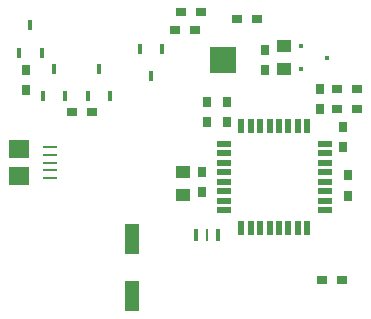
<source format=gbr>
G04 DipTrace 2.4.0.2*
%INTopPaste.gbr*%
%MOIN*%
%ADD32R,0.05X0.022*%
%ADD33R,0.022X0.05*%
%ADD61R,0.0472X0.1043*%
%ADD63R,0.0079X0.0433*%
%ADD65R,0.0157X0.0433*%
%ADD67R,0.0157X0.0118*%
%ADD69R,0.0669X0.063*%
%ADD71R,0.0453X0.0079*%
%ADD81R,0.0177X0.0335*%
%ADD83R,0.0886X0.0886*%
%ADD85R,0.0039X0.0256*%
%ADD87R,0.0256X0.0039*%
%ADD99R,0.0354X0.0315*%
%ADD101R,0.0512X0.0433*%
%ADD103R,0.0315X0.0354*%
%FSLAX44Y44*%
G04*
G70*
G90*
G75*
G01*
%LNTopPaste*%
%LPD*%
D103*
X560Y7735D3*
Y8405D3*
X6430Y4335D3*
Y5005D3*
X11310Y4215D3*
Y4885D3*
D101*
X5810Y4236D3*
Y4984D3*
D103*
X6580Y6675D3*
Y7345D3*
X7250Y6675D3*
Y7345D3*
X8540Y8395D3*
Y9065D3*
D99*
X7595Y10100D3*
X8265D3*
D32*
X7150Y5932D3*
Y5617D3*
Y5302D3*
Y4987D3*
Y4673D3*
Y4358D3*
Y4043D3*
Y3728D3*
D33*
X7738Y3140D3*
X8053D3*
X8368D3*
X8683D3*
X8997D3*
X9312D3*
X9627D3*
X9942D3*
D32*
X10530Y3728D3*
Y4043D3*
Y4358D3*
Y4673D3*
Y4987D3*
Y5302D3*
Y5617D3*
Y5932D3*
D33*
X9942Y6520D3*
X9627D3*
X9312D3*
X8997D3*
X8683D3*
X8368D3*
X8053D3*
X7738D3*
D87*
X6365Y9232D3*
X6364Y9035D3*
Y8838D3*
Y8642D3*
Y8445D3*
Y8248D3*
D85*
X6648Y7964D3*
X6845D3*
X7042D3*
X7238D3*
X7435D3*
X7632D3*
D87*
X7916Y8248D3*
Y8445D3*
Y8642D3*
Y8838D3*
Y9035D3*
Y9232D3*
D85*
X7632Y9516D3*
X7435D3*
X7238D3*
X7042D3*
X6845D3*
X6648D3*
D83*
X7140Y8740D3*
D81*
X1126Y7537D3*
X1874D3*
X1500Y8443D3*
D99*
X5535Y9740D3*
X6205D3*
X5715Y10320D3*
X6385D3*
D71*
X1379Y5822D3*
Y5566D3*
Y5310D3*
Y5054D3*
Y4798D3*
D69*
X325Y5764D3*
Y4858D3*
D67*
X9737Y9184D3*
Y8436D3*
X10603Y8809D3*
D65*
X6226Y2890D3*
D63*
X6600D3*
D65*
X6974D3*
D81*
X336Y8977D3*
X1084D3*
X710Y9883D3*
X2626Y7537D3*
X3374D3*
X3000Y8443D3*
X5094Y9093D3*
X4346D3*
X4720Y8187D3*
D99*
X2105Y6990D3*
X2775D3*
D61*
X4100Y2766D3*
Y874D3*
D103*
X11130Y6495D3*
Y5825D3*
X10350Y7755D3*
Y7085D3*
D99*
X11585Y7090D3*
X10915D3*
X11585Y7760D3*
X10915D3*
X11105Y1390D3*
X10435D3*
D101*
X9160Y9194D3*
Y8446D3*
M02*

</source>
